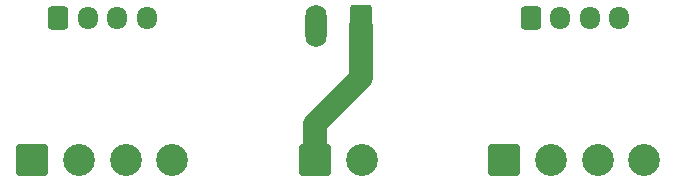
<source format=gbr>
%TF.GenerationSoftware,KiCad,Pcbnew,8.0.1*%
%TF.CreationDate,2024-04-18T14:43:12+09:00*%
%TF.ProjectId,STEP200-XA-motor-connector,53544550-3230-4302-9d58-412d6d6f746f,rev?*%
%TF.SameCoordinates,Original*%
%TF.FileFunction,Copper,L2,Bot*%
%TF.FilePolarity,Positive*%
%FSLAX46Y46*%
G04 Gerber Fmt 4.6, Leading zero omitted, Abs format (unit mm)*
G04 Created by KiCad (PCBNEW 8.0.1) date 2024-04-18 14:43:12*
%MOMM*%
%LPD*%
G01*
G04 APERTURE LIST*
G04 Aperture macros list*
%AMRoundRect*
0 Rectangle with rounded corners*
0 $1 Rounding radius*
0 $2 $3 $4 $5 $6 $7 $8 $9 X,Y pos of 4 corners*
0 Add a 4 corners polygon primitive as box body*
4,1,4,$2,$3,$4,$5,$6,$7,$8,$9,$2,$3,0*
0 Add four circle primitives for the rounded corners*
1,1,$1+$1,$2,$3*
1,1,$1+$1,$4,$5*
1,1,$1+$1,$6,$7*
1,1,$1+$1,$8,$9*
0 Add four rect primitives between the rounded corners*
20,1,$1+$1,$2,$3,$4,$5,0*
20,1,$1+$1,$4,$5,$6,$7,0*
20,1,$1+$1,$6,$7,$8,$9,0*
20,1,$1+$1,$8,$9,$2,$3,0*%
G04 Aperture macros list end*
%TA.AperFunction,ComponentPad*%
%ADD10RoundRect,0.250000X0.650000X1.550000X-0.650000X1.550000X-0.650000X-1.550000X0.650000X-1.550000X0*%
%TD*%
%TA.AperFunction,ComponentPad*%
%ADD11O,1.800000X3.600000*%
%TD*%
%TA.AperFunction,ComponentPad*%
%ADD12RoundRect,0.250001X-1.099999X-1.099999X1.099999X-1.099999X1.099999X1.099999X-1.099999X1.099999X0*%
%TD*%
%TA.AperFunction,ComponentPad*%
%ADD13C,2.700000*%
%TD*%
%TA.AperFunction,ComponentPad*%
%ADD14RoundRect,0.250000X-0.600000X-0.725000X0.600000X-0.725000X0.600000X0.725000X-0.600000X0.725000X0*%
%TD*%
%TA.AperFunction,ComponentPad*%
%ADD15O,1.700000X1.950000*%
%TD*%
%TA.AperFunction,Conductor*%
%ADD16C,2.000000*%
%TD*%
G04 APERTURE END LIST*
D10*
%TO.P,J6,1,Pin_1*%
%TO.N,GND*%
X121887500Y-64642500D03*
D11*
%TO.P,J6,2,Pin_2*%
%TO.N,Net-(J5-Pin_2)*%
X118077500Y-64642500D03*
%TD*%
D12*
%TO.P,J5,1,Pin_1*%
%TO.N,GND*%
X118000000Y-76000000D03*
D13*
%TO.P,J5,2,Pin_2*%
%TO.N,Net-(J5-Pin_2)*%
X121960000Y-76000000D03*
%TD*%
D14*
%TO.P,J4,1,Pin_1*%
%TO.N,Net-(J3-Pin_1)*%
X136250000Y-64000000D03*
D15*
%TO.P,J4,2,Pin_2*%
%TO.N,Net-(J3-Pin_2)*%
X138750000Y-64000000D03*
%TO.P,J4,3,Pin_3*%
%TO.N,Net-(J3-Pin_3)*%
X141250000Y-64000000D03*
%TO.P,J4,4,Pin_4*%
%TO.N,Net-(J3-Pin_4)*%
X143750000Y-64000000D03*
%TD*%
D12*
%TO.P,J3,1,Pin_1*%
%TO.N,Net-(J3-Pin_1)*%
X134000000Y-76000000D03*
D13*
%TO.P,J3,2,Pin_2*%
%TO.N,Net-(J3-Pin_2)*%
X137960000Y-76000000D03*
%TO.P,J3,3,Pin_3*%
%TO.N,Net-(J3-Pin_3)*%
X141920000Y-76000000D03*
%TO.P,J3,4,Pin_4*%
%TO.N,Net-(J3-Pin_4)*%
X145880000Y-76000000D03*
%TD*%
D14*
%TO.P,J2,1,Pin_1*%
%TO.N,Net-(J1-Pin_1)*%
X96250000Y-64000000D03*
D15*
%TO.P,J2,2,Pin_2*%
%TO.N,Net-(J1-Pin_2)*%
X98750000Y-64000000D03*
%TO.P,J2,3,Pin_3*%
%TO.N,Net-(J1-Pin_3)*%
X101250000Y-64000000D03*
%TO.P,J2,4,Pin_4*%
%TO.N,Net-(J1-Pin_4)*%
X103750000Y-64000000D03*
%TD*%
D12*
%TO.P,J1,1,Pin_1*%
%TO.N,Net-(J1-Pin_1)*%
X94040000Y-76000000D03*
D13*
%TO.P,J1,2,Pin_2*%
%TO.N,Net-(J1-Pin_2)*%
X98000000Y-76000000D03*
%TO.P,J1,3,Pin_3*%
%TO.N,Net-(J1-Pin_3)*%
X101960000Y-76000000D03*
%TO.P,J1,4,Pin_4*%
%TO.N,Net-(J1-Pin_4)*%
X105920000Y-76000000D03*
%TD*%
D16*
%TO.N,GND*%
X118000000Y-73000000D02*
X118000000Y-76000000D01*
X121887500Y-69112500D02*
X118000000Y-73000000D01*
X121887500Y-64642500D02*
X121887500Y-69112500D01*
%TD*%
M02*

</source>
